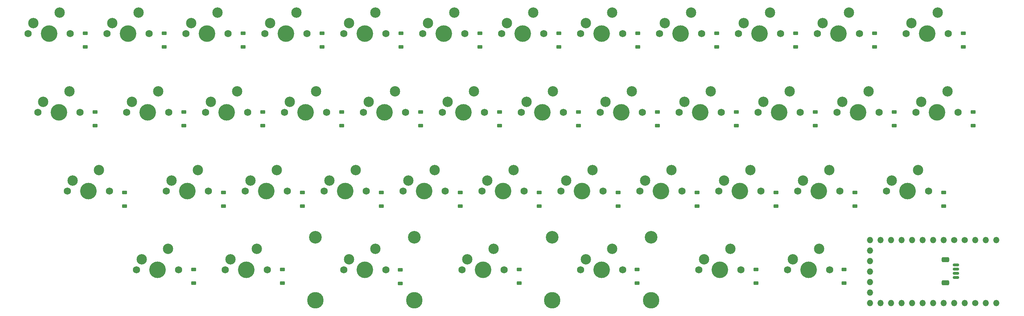
<source format=gbr>
%TF.GenerationSoftware,KiCad,Pcbnew,8.0.8*%
%TF.CreationDate,2025-05-22T13:33:45+02:00*%
%TF.ProjectId,Pancake,50616e63-616b-4652-9e6b-696361645f70,rev?*%
%TF.SameCoordinates,Original*%
%TF.FileFunction,Soldermask,Bot*%
%TF.FilePolarity,Negative*%
%FSLAX46Y46*%
G04 Gerber Fmt 4.6, Leading zero omitted, Abs format (unit mm)*
G04 Created by KiCad (PCBNEW 8.0.8) date 2025-05-22 13:33:45*
%MOMM*%
%LPD*%
G01*
G04 APERTURE LIST*
G04 Aperture macros list*
%AMRoundRect*
0 Rectangle with rounded corners*
0 $1 Rounding radius*
0 $2 $3 $4 $5 $6 $7 $8 $9 X,Y pos of 4 corners*
0 Add a 4 corners polygon primitive as box body*
4,1,4,$2,$3,$4,$5,$6,$7,$8,$9,$2,$3,0*
0 Add four circle primitives for the rounded corners*
1,1,$1+$1,$2,$3*
1,1,$1+$1,$4,$5*
1,1,$1+$1,$6,$7*
1,1,$1+$1,$8,$9*
0 Add four rect primitives between the rounded corners*
20,1,$1+$1,$2,$3,$4,$5,0*
20,1,$1+$1,$4,$5,$6,$7,0*
20,1,$1+$1,$6,$7,$8,$9,0*
20,1,$1+$1,$8,$9,$2,$3,0*%
%AMHorizOval*
0 Thick line with rounded ends*
0 $1 width*
0 $2 $3 position (X,Y) of the first rounded end (center of the circle)*
0 $4 $5 position (X,Y) of the second rounded end (center of the circle)*
0 Add line between two ends*
20,1,$1,$2,$3,$4,$5,0*
0 Add two circle primitives to create the rounded ends*
1,1,$1,$2,$3*
1,1,$1,$4,$5*%
G04 Aperture macros list end*
%ADD10C,1.750000*%
%ADD11C,4.000000*%
%ADD12C,2.500000*%
%ADD13O,1.500000X1.500000*%
%ADD14HorizOval,1.500000X0.000000X0.000000X0.000000X0.000000X0*%
%ADD15C,3.048000*%
%ADD16C,3.987800*%
%ADD17RoundRect,0.225000X0.375000X-0.225000X0.375000X0.225000X-0.375000X0.225000X-0.375000X-0.225000X0*%
%ADD18RoundRect,0.150000X-0.625000X0.150000X-0.625000X-0.150000X0.625000X-0.150000X0.625000X0.150000X0*%
%ADD19RoundRect,0.250000X-0.650000X0.350000X-0.650000X-0.350000X0.650000X-0.350000X0.650000X0.350000X0*%
G04 APERTURE END LIST*
D10*
%TO.C,MX16*%
X96361250Y-52943125D03*
D11*
X101441250Y-52943125D03*
D10*
X106521250Y-52943125D03*
D12*
X97631250Y-50403125D03*
X103981250Y-47863125D03*
%TD*%
D10*
%TO.C,MX32*%
X182086250Y-71993125D03*
D11*
X187166250Y-71993125D03*
D10*
X192246250Y-71993125D03*
D12*
X183356250Y-69453125D03*
X189706250Y-66913125D03*
%TD*%
D13*
%TO.C,U1*%
X268174250Y-83820000D03*
X265634250Y-83820000D03*
X263094250Y-83820000D03*
D14*
X260554250Y-83820000D03*
X258014250Y-83820000D03*
D13*
X255474250Y-83820000D03*
X252934250Y-83820000D03*
X250394250Y-83820000D03*
X247854250Y-83820000D03*
X245314250Y-83820000D03*
X242774250Y-83820000D03*
X240234250Y-83820000D03*
X237694250Y-83820000D03*
X237694250Y-86360000D03*
X237694250Y-88900000D03*
X237694250Y-91440000D03*
X237694250Y-93980000D03*
X237694250Y-96520000D03*
X237694250Y-99060000D03*
X240234250Y-99060000D03*
X242774250Y-99060000D03*
X245314250Y-99060000D03*
X247854250Y-99060000D03*
X250394250Y-99060000D03*
X252934250Y-99060000D03*
X255474250Y-99060000D03*
X258014250Y-99060000D03*
X260554250Y-99060000D03*
D14*
X263094250Y-99060000D03*
D13*
X265634250Y-99060000D03*
X268174250Y-99060000D03*
%TD*%
D10*
%TO.C,MX12*%
X246380000Y-33893125D03*
D11*
X251460000Y-33893125D03*
D10*
X256540000Y-33893125D03*
D12*
X247650000Y-31353125D03*
X254000000Y-28813125D03*
%TD*%
D10*
%TO.C,MX6*%
X129698750Y-33893125D03*
D11*
X134778750Y-33893125D03*
D10*
X139858750Y-33893125D03*
D12*
X130968750Y-31353125D03*
X137318750Y-28813125D03*
%TD*%
D10*
%TO.C,MX27*%
X86836250Y-71993125D03*
D11*
X91916250Y-71993125D03*
D10*
X96996250Y-71993125D03*
D12*
X88106250Y-69453125D03*
X94456250Y-66913125D03*
%TD*%
D10*
%TO.C,MX35*%
X241617500Y-71993125D03*
D11*
X246697500Y-71993125D03*
D10*
X251777500Y-71993125D03*
D12*
X242887500Y-69453125D03*
X249237500Y-66913125D03*
%TD*%
D15*
%TO.C,REF\u002A\u002A*%
X103790750Y-83203175D03*
D16*
X103790750Y-98413175D03*
D15*
X127666750Y-83203175D03*
D16*
X127666750Y-98413175D03*
%TD*%
D10*
%TO.C,MX38*%
X110648750Y-91043125D03*
D11*
X115728750Y-91043125D03*
D10*
X120808750Y-91043125D03*
D12*
X111918750Y-88503125D03*
X118268750Y-85963125D03*
%TD*%
D10*
%TO.C,MX28*%
X105886250Y-71993125D03*
D11*
X110966250Y-71993125D03*
D10*
X116046250Y-71993125D03*
D12*
X107156250Y-69453125D03*
X113506250Y-66913125D03*
%TD*%
D10*
%TO.C,MX40*%
X167798750Y-91043125D03*
D11*
X172878750Y-91043125D03*
D10*
X177958750Y-91043125D03*
D12*
X169068750Y-88503125D03*
X175418750Y-85963125D03*
%TD*%
D10*
%TO.C,MX1*%
X34448750Y-33893125D03*
D11*
X39528750Y-33893125D03*
D10*
X44608750Y-33893125D03*
D12*
X35718750Y-31353125D03*
X42068750Y-28813125D03*
%TD*%
D10*
%TO.C,MX31*%
X163036250Y-71993125D03*
D11*
X168116250Y-71993125D03*
D10*
X173196250Y-71993125D03*
D12*
X164306250Y-69453125D03*
X170656250Y-66913125D03*
%TD*%
D10*
%TO.C,MX36*%
X60642500Y-91043125D03*
D11*
X65722500Y-91043125D03*
D10*
X70802500Y-91043125D03*
D12*
X61912500Y-88503125D03*
X68262500Y-85963125D03*
%TD*%
D10*
%TO.C,MX42*%
X217805000Y-91043125D03*
D11*
X222885000Y-91043125D03*
D10*
X227965000Y-91043125D03*
D12*
X219075000Y-88503125D03*
X225425000Y-85963125D03*
%TD*%
D10*
%TO.C,MX26*%
X67786250Y-71993125D03*
D11*
X72866250Y-71993125D03*
D10*
X77946250Y-71993125D03*
D12*
X69056250Y-69453125D03*
X75406250Y-66913125D03*
%TD*%
D10*
%TO.C,MX34*%
X220186250Y-71993125D03*
D11*
X225266250Y-71993125D03*
D10*
X230346250Y-71993125D03*
D12*
X221456250Y-69453125D03*
X227806250Y-66913125D03*
%TD*%
D10*
%TO.C,MX37*%
X82073750Y-91043125D03*
D11*
X87153750Y-91043125D03*
D10*
X92233750Y-91043125D03*
D12*
X83343750Y-88503125D03*
X89693750Y-85963125D03*
%TD*%
D10*
%TO.C,MX10*%
X205898750Y-33893125D03*
D11*
X210978750Y-33893125D03*
D10*
X216058750Y-33893125D03*
D12*
X207168750Y-31353125D03*
X213518750Y-28813125D03*
%TD*%
D10*
%TO.C,MX20*%
X172561250Y-52943125D03*
D11*
X177641250Y-52943125D03*
D10*
X182721250Y-52943125D03*
D12*
X173831250Y-50403125D03*
X180181250Y-47863125D03*
%TD*%
D10*
%TO.C,MX30*%
X143986250Y-71993125D03*
D11*
X149066250Y-71993125D03*
D10*
X154146250Y-71993125D03*
D12*
X145256250Y-69453125D03*
X151606250Y-66913125D03*
%TD*%
D10*
%TO.C,MX23*%
X229711250Y-52943125D03*
D11*
X234791250Y-52943125D03*
D10*
X239871250Y-52943125D03*
D12*
X230981250Y-50403125D03*
X237331250Y-47863125D03*
%TD*%
D10*
%TO.C,MX13*%
X36830000Y-52943125D03*
D11*
X41910000Y-52943125D03*
D10*
X46990000Y-52943125D03*
D12*
X38100000Y-50403125D03*
X44450000Y-47863125D03*
%TD*%
D10*
%TO.C,MX2*%
X53498750Y-33893125D03*
D11*
X58578750Y-33893125D03*
D10*
X63658750Y-33893125D03*
D12*
X54768750Y-31353125D03*
X61118750Y-28813125D03*
%TD*%
D10*
%TO.C,MX18*%
X134461250Y-52943125D03*
D11*
X139541250Y-52943125D03*
D10*
X144621250Y-52943125D03*
D12*
X135731250Y-50403125D03*
X142081250Y-47863125D03*
%TD*%
D10*
%TO.C,MX24*%
X248761250Y-52943125D03*
D11*
X253841250Y-52943125D03*
D10*
X258921250Y-52943125D03*
D12*
X250031250Y-50403125D03*
X256381250Y-47863125D03*
%TD*%
D10*
%TO.C,MX7*%
X148748750Y-33893125D03*
D11*
X153828750Y-33893125D03*
D10*
X158908750Y-33893125D03*
D12*
X150018750Y-31353125D03*
X156368750Y-28813125D03*
%TD*%
D10*
%TO.C,MX5*%
X110648750Y-33893125D03*
D11*
X115728750Y-33893125D03*
D10*
X120808750Y-33893125D03*
D12*
X111918750Y-31353125D03*
X118268750Y-28813125D03*
%TD*%
D10*
%TO.C,MX33*%
X201136250Y-71993125D03*
D11*
X206216250Y-71993125D03*
D10*
X211296250Y-71993125D03*
D12*
X202406250Y-69453125D03*
X208756250Y-66913125D03*
%TD*%
D10*
%TO.C,MX4*%
X91598750Y-33893125D03*
D11*
X96678750Y-33893125D03*
D10*
X101758750Y-33893125D03*
D12*
X92868750Y-31353125D03*
X99218750Y-28813125D03*
%TD*%
D10*
%TO.C,MX11*%
X224948750Y-33893125D03*
D11*
X230028750Y-33893125D03*
D10*
X235108750Y-33893125D03*
D12*
X226218750Y-31353125D03*
X232568750Y-28813125D03*
%TD*%
D10*
%TO.C,MX9*%
X186848750Y-33893125D03*
D11*
X191928750Y-33893125D03*
D10*
X197008750Y-33893125D03*
D12*
X188118750Y-31353125D03*
X194468750Y-28813125D03*
%TD*%
D10*
%TO.C,MX19*%
X153511250Y-52943125D03*
D11*
X158591250Y-52943125D03*
D10*
X163671250Y-52943125D03*
D12*
X154781250Y-50403125D03*
X161131250Y-47863125D03*
%TD*%
D10*
%TO.C,MX14*%
X58261250Y-52943125D03*
D11*
X63341250Y-52943125D03*
D10*
X68421250Y-52943125D03*
D12*
X59531250Y-50403125D03*
X65881250Y-47863125D03*
%TD*%
D10*
%TO.C,MX39*%
X139223750Y-91043125D03*
D11*
X144303750Y-91043125D03*
D10*
X149383750Y-91043125D03*
D12*
X140493750Y-88503125D03*
X146843750Y-85963125D03*
%TD*%
D10*
%TO.C,MX17*%
X115411250Y-52943125D03*
D11*
X120491250Y-52943125D03*
D10*
X125571250Y-52943125D03*
D12*
X116681250Y-50403125D03*
X123031250Y-47863125D03*
%TD*%
D15*
%TO.C,REF\u002A\u002A*%
X160940750Y-83203175D03*
D16*
X160940750Y-98413175D03*
D15*
X184816750Y-83203175D03*
D16*
X184816750Y-98413175D03*
%TD*%
D10*
%TO.C,MX22*%
X210661250Y-52943125D03*
D11*
X215741250Y-52943125D03*
D10*
X220821250Y-52943125D03*
D12*
X211931250Y-50403125D03*
X218281250Y-47863125D03*
%TD*%
D10*
%TO.C,MX41*%
X196373750Y-91043125D03*
D11*
X201453750Y-91043125D03*
D10*
X206533750Y-91043125D03*
D12*
X197643750Y-88503125D03*
X203993750Y-85963125D03*
%TD*%
D10*
%TO.C,MX21*%
X191611250Y-52943125D03*
D11*
X196691250Y-52943125D03*
D10*
X201771250Y-52943125D03*
D12*
X192881250Y-50403125D03*
X199231250Y-47863125D03*
%TD*%
D10*
%TO.C,MX8*%
X167798750Y-33893125D03*
D11*
X172878750Y-33893125D03*
D10*
X177958750Y-33893125D03*
D12*
X169068750Y-31353125D03*
X175418750Y-28813125D03*
%TD*%
D10*
%TO.C,MX29*%
X124936250Y-71993125D03*
D11*
X130016250Y-71993125D03*
D10*
X135096250Y-71993125D03*
D12*
X126206250Y-69453125D03*
X132556250Y-66913125D03*
%TD*%
D10*
%TO.C,MX3*%
X72548750Y-33893125D03*
D11*
X77628750Y-33893125D03*
D10*
X82708750Y-33893125D03*
D12*
X73818750Y-31353125D03*
X80168750Y-28813125D03*
%TD*%
D10*
%TO.C,MX15*%
X77311250Y-52943125D03*
D11*
X82391250Y-52943125D03*
D10*
X87471250Y-52943125D03*
D12*
X78581250Y-50403125D03*
X84931250Y-47863125D03*
%TD*%
D10*
%TO.C,MX25*%
X43973750Y-71993125D03*
D11*
X49053750Y-71993125D03*
D10*
X54133750Y-71993125D03*
D12*
X45243750Y-69453125D03*
X51593750Y-66913125D03*
%TD*%
D17*
%TO.C,D38*%
X124301250Y-94360000D03*
X124301250Y-91060000D03*
%TD*%
%TO.C,D15*%
X91122500Y-56180625D03*
X91122500Y-52880625D03*
%TD*%
%TO.C,D10*%
X219710000Y-37130625D03*
X219710000Y-33830625D03*
%TD*%
%TO.C,D30*%
X157797500Y-75627500D03*
X157797500Y-72327500D03*
%TD*%
%TO.C,D8*%
X181610000Y-37130625D03*
X181610000Y-33830625D03*
%TD*%
%TO.C,D37*%
X95885000Y-94280625D03*
X95885000Y-90980625D03*
%TD*%
%TO.C,D1*%
X48260000Y-37130625D03*
X48260000Y-33830625D03*
%TD*%
%TO.C,D33*%
X214947500Y-75627500D03*
X214947500Y-72327500D03*
%TD*%
%TO.C,D22*%
X224472500Y-56180625D03*
X224472500Y-52880625D03*
%TD*%
%TO.C,D24*%
X262572500Y-56180625D03*
X262572500Y-52880625D03*
%TD*%
%TO.C,D35*%
X255428750Y-75627500D03*
X255428750Y-72327500D03*
%TD*%
%TO.C,D7*%
X162560000Y-37130625D03*
X162560000Y-33830625D03*
%TD*%
%TO.C,D29*%
X138747500Y-75627500D03*
X138747500Y-72327500D03*
%TD*%
%TO.C,D31*%
X176847500Y-75627500D03*
X176847500Y-72327500D03*
%TD*%
%TO.C,D39*%
X153035000Y-94280625D03*
X153035000Y-90980625D03*
%TD*%
%TO.C,D11*%
X238760000Y-37130625D03*
X238760000Y-33830625D03*
%TD*%
%TO.C,D9*%
X200660000Y-37130625D03*
X200660000Y-33830625D03*
%TD*%
%TO.C,D27*%
X100647500Y-75627500D03*
X100647500Y-72327500D03*
%TD*%
%TO.C,D34*%
X233997500Y-75627500D03*
X233997500Y-72327500D03*
%TD*%
%TO.C,D21*%
X205422500Y-56180625D03*
X205422500Y-52880625D03*
%TD*%
%TO.C,D20*%
X186372500Y-56180625D03*
X186372500Y-52880625D03*
%TD*%
%TO.C,D36*%
X74453750Y-94280625D03*
X74453750Y-90980625D03*
%TD*%
%TO.C,D4*%
X105410000Y-37130625D03*
X105410000Y-33830625D03*
%TD*%
%TO.C,D32*%
X195897500Y-75627500D03*
X195897500Y-72327500D03*
%TD*%
%TO.C,D14*%
X72072500Y-56180625D03*
X72072500Y-52880625D03*
%TD*%
%TO.C,D12*%
X260191250Y-37130625D03*
X260191250Y-33830625D03*
%TD*%
%TO.C,D41*%
X210185000Y-94280625D03*
X210185000Y-90980625D03*
%TD*%
%TO.C,D3*%
X86360000Y-37130625D03*
X86360000Y-33830625D03*
%TD*%
%TO.C,D17*%
X129222500Y-56180625D03*
X129222500Y-52880625D03*
%TD*%
%TO.C,D25*%
X57785000Y-75627500D03*
X57785000Y-72327500D03*
%TD*%
%TO.C,D16*%
X110172500Y-56180625D03*
X110172500Y-52880625D03*
%TD*%
%TO.C,D42*%
X231362250Y-94280625D03*
X231362250Y-90980625D03*
%TD*%
%TO.C,D40*%
X181451250Y-94280625D03*
X181451250Y-90980625D03*
%TD*%
%TO.C,D2*%
X67310000Y-37130625D03*
X67310000Y-33830625D03*
%TD*%
%TO.C,D13*%
X50641250Y-56180625D03*
X50641250Y-52880625D03*
%TD*%
%TO.C,D26*%
X81597500Y-75627500D03*
X81597500Y-72327500D03*
%TD*%
%TO.C,D5*%
X124460000Y-37130625D03*
X124460000Y-33830625D03*
%TD*%
D18*
%TO.C,J1*%
X258406250Y-89875000D03*
X258406250Y-90875000D03*
X258406250Y-91875000D03*
X258406250Y-92875000D03*
D19*
X255881250Y-88575000D03*
X255881250Y-94175000D03*
%TD*%
D17*
%TO.C,D18*%
X148272500Y-56180625D03*
X148272500Y-52880625D03*
%TD*%
%TO.C,D28*%
X119697500Y-75627500D03*
X119697500Y-72327500D03*
%TD*%
%TO.C,D23*%
X243522500Y-56180625D03*
X243522500Y-52880625D03*
%TD*%
%TO.C,D19*%
X167322500Y-56180625D03*
X167322500Y-52880625D03*
%TD*%
%TO.C,D6*%
X143510000Y-37130625D03*
X143510000Y-33830625D03*
%TD*%
M02*

</source>
